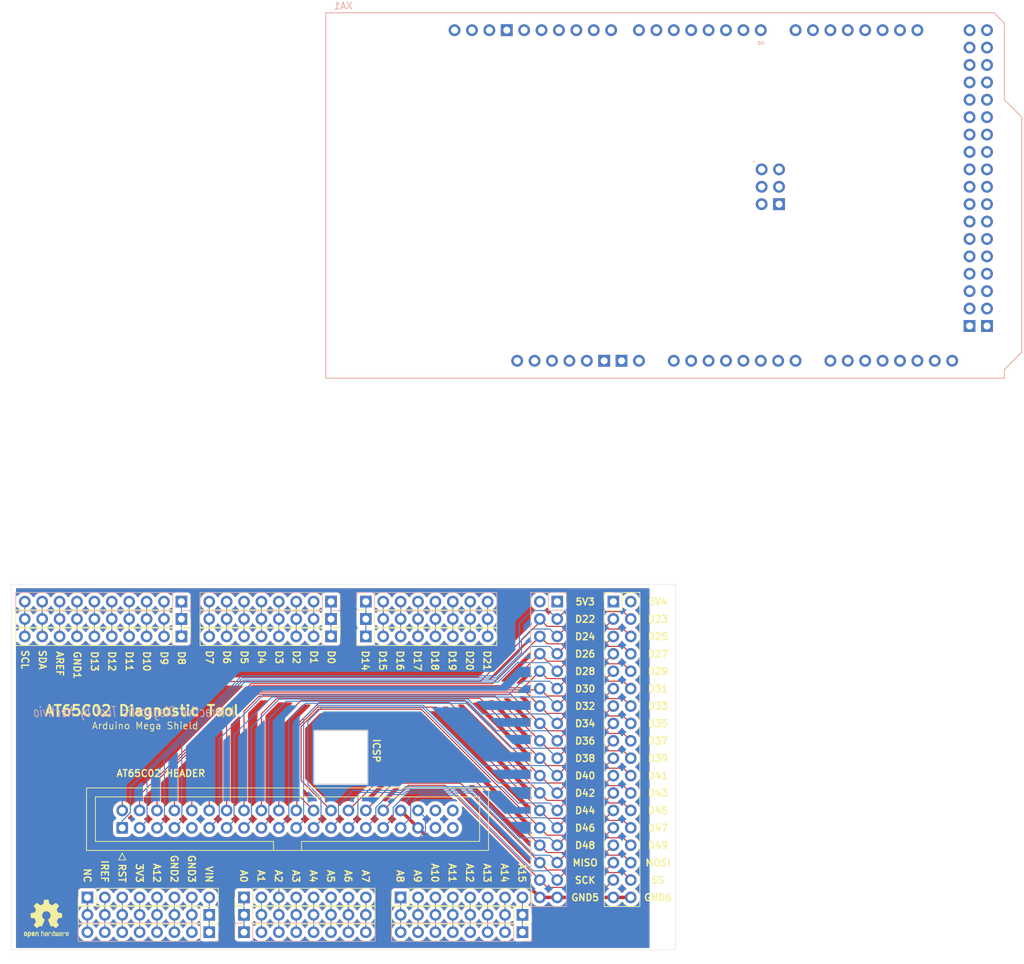
<source format=kicad_pcb>
(kicad_pcb (version 20221018) (generator pcbnew)
  (layers (0 "F.Cu" signal) (31 "B.Cu" signal) (34 "B.Paste" user) (35 "F.Paste" user) (36 "B.SilkS" user "B.Silkscreen") (37 "F.SilkS" user "F.Silkscreen") (38 "B.Mask" user) (39 "F.Mask" user) (44 "Edge.Cuts" user))
  (net 0 "")
  (net 1 "GND")
  (net 2 "R~{W}")
  (net 3 "~{RES}")
  (net 4 "~{IRQ}")
  (net 5 "RDY")
  (net 6 "~{NMI}")
  (net 7 "SYNC")
  (net 8 "/a0")
  (net 9 "/d0")
  (net 10 "/a1")
  (net 11 "/d1")
  (net 12 "/a2")
  (net 13 "/d2")
  (net 14 "/a3")
  (net 15 "/d3")
  (net 16 "/a4")
  (net 17 "/d4")
  (net 18 "/a5")
  (net 19 "/d5")
  (net 20 "/a6")
  (net 21 "/d6")
  (net 22 "/a7")
  (net 23 "/d7")
  (net 24 "/a8")
  (net 25 "/a9")
  (net 26 "/a10")
  (net 27 "/a11")
  (net 28 "/a12")
  (net 29 "/a13")
  (net 30 "/a14")
  (net 31 "/a15")
  (net 32 "~{SO}")
  (net 33 "~{BE}")
  (net 34 "Net-(J15-Pin_1)")
  (net 41 "Net-(J15-Pin_2)")
  (net 42 "Net-(J15-Pin_3)")
  (net 43 "Net-(J15-Pin_4)")
  (net 44 "Net-(J15-Pin_5)")
  (net 45 "Net-(J15-Pin_6)")
  (net 46 "Net-(J15-Pin_7)")
  (net 48 "Net-(J10-Pin_1)")
  (net 49 "Net-(J10-Pin_2)")
  (net 50 "Net-(J10-Pin_3)")
  (net 51 "Net-(J10-Pin_4)")
  (net 52 "Net-(J10-Pin_5)")
  (net 53 "Net-(J10-Pin_6)")
  (net 54 "Net-(J10-Pin_7)")
  (net 55 "Net-(J10-Pin_8)")
  (net 56 "CLK")
  (net 57 "Net-(J11-Pin_1)")
  (net 58 "Net-(J11-Pin_2)")
  (net 59 "Net-(J11-Pin_4)")
  (net 60 "Net-(J11-Pin_6)")
  (net 61 "Net-(J11-Pin_8)")
  (net 62 "Net-(J12-Pin_1)")
  (net 63 "Net-(J12-Pin_2)")
  (net 64 "Net-(J12-Pin_3)")
  (net 65 "Net-(J12-Pin_4)")
  (net 66 "Net-(J12-Pin_5)")
  (net 67 "Net-(J12-Pin_6)")
  (net 68 "Net-(J12-Pin_7)")
  (net 69 "Net-(J12-Pin_8)")
  (net 70 "Net-(J14-Pin_8)")
  (net 71 "Net-(J14-Pin_7)")
  (net 72 "Net-(J14-Pin_6)")
  (net 73 "Net-(J14-Pin_5)")
  (net 74 "Net-(J14-Pin_4)")
  (net 75 "Net-(J14-Pin_3)")
  (net 76 "Net-(J14-Pin_2)")
  (net 77 "Net-(J14-Pin_1)")
  (net 78 "Net-(J15-Pin_8)")
  (net 79 "Net-(J15-Pin_9)")
  (net 80 "Net-(J15-Pin_10)")
  (net 82 "Net-(J11-Pin_5)")
  (net 83 "Net-(J11-Pin_7)")
  (net 84 "Net-(J18-Pin_1)")
  (net 85 "Net-(J18-Pin_2)")
  (net 86 "Net-(J18-Pin_3)")
  (net 87 "Net-(J18-Pin_4)")
  (net 88 "Net-(J18-Pin_5)")
  (net 89 "Net-(J18-Pin_6)")
  (net 90 "Net-(J18-Pin_7)")
  (net 91 "unconnected-(J18-Pin_8-Pad8)")
  (footprint "Connector_PinHeader_2.54mm:PinHeader_1x08_P2.54mm_Vertical" (layer "F.Cu") (at 35.71 28.52 90)
    (fp_text reference "J20" hide)
    (fp_text value "Conn_01x08")
  )
  (footprint "Connector_PinSocket_2.54mm:PinSocket_1x08_P2.54mm_Vertical" (layer "F.Cu") (at 71.27 -12.12 -90)
    (fp_text reference "J10" hide)
    (fp_text value "Conn_01x08")
  )
  (footprint "Connector_PinHeader_2.54mm:PinHeader_1x08_P2.54mm_Vertical" (layer "F.Cu") (at 81.43 28.52 90)
    (fp_text reference "J4" hide)
    (fp_text value "Conn_01x08")
  )
  (footprint "Connector_PinSocket_2.54mm:PinSocket_1x08_P2.54mm_Vertical" (layer "F.Cu") (at 99.21 31.06 -90)
    (fp_text reference "J9" hide)
    (fp_text value "Conn_01x08")
  )
  (footprint "Connector_IDC:IDC-Header_2x20_P2.54mm_Vertical" (layer "F.Cu") (at 40.79 18.365 90)
    (fp_text reference "J2" hide)
    (fp_text value "Conn_02x20_Odd_Even")
  )
  (footprint "Connector_PinSocket_2.54mm:PinSocket_1x08_P2.54mm_Vertical" (layer "F.Cu") (at 53.49 31.06 -90)
    (fp_text reference "J19" hide)
    (fp_text value "Conn_01x08")
  )
  (footprint "Connector_PinHeader_2.54mm:PinHeader_2x18_P2.54mm_Vertical" (layer "F.Cu") (at 112.48 -14.66)
    (fp_text reference "J21" hide)
    (fp_text value "Conn_02x18_Odd_Even")
  )
  (footprint "Connector_PinHeader_2.54mm:PinHeader_1x08_P2.54mm_Vertical" (layer "F.Cu") (at 71.27 -9.58 -90)
    (fp_text reference "J5" hide)
    (fp_text value "Conn_01x08")
  )
  (footprint "Connector_PinSocket_2.54mm:PinSocket_1x08_P2.54mm_Vertical" (layer "F.Cu") (at 76.35 -12.12 90)
    (fp_text reference "J8" hide)
    (fp_text value "Conn_01x08")
  )
  (footprint "PCM_arduino-library:Arduino_Mega2560_Shield" (layer "F.Cu") (at 70.504 -47.275)
    (fp_text reference "XA1")
    (fp_text value "Arduino_Mega2560_Shield")
  )
  (footprint "Connector_PinSocket_2.54mm:PinSocket_1x08_P2.54mm_Vertical" (layer "F.Cu") (at 58.57 31.06 90)
    (fp_text reference "J7" hide)
    (fp_text value "Conn_01x08")
  )
  (footprint "Connector_PinHeader_2.54mm:PinHeader_1x10_P2.54mm_Vertical" (layer "F.Cu") (at 49.426 -9.58 -90)
    (fp_text reference "J15" hide)
    (fp_text value "Conn_01x10")
  )
  (footprint "Connector_PinHeader_2.54mm:PinHeader_1x08_P2.54mm_Vertical" (layer "F.Cu") (at 76.35 -9.58 90)
    (fp_text reference "J6" hide)
    (fp_text value "Conn_01x08")
  )
  (footprint "Symbol:OSHW-Logo2_7.3x6mm_SilkScreen" (layer "F.Cu") (at 29.715 31.625)
    (fp_text reference "REF**" hide)
    (fp_text value "OSHW-Logo2_7.3x6mm_SilkScreen" hide)
  )
  (footprint "Connector_PinHeader_2.54mm:PinHeader_1x08_P2.54mm_Vertical" (layer "F.Cu") (at 58.57 28.52 90)
    (fp_text reference "J11" hide)
    (fp_text value "Conn_01x08")
  )
  (footprint "Connector_PinSocket_2.54mm:PinSocket_1x10_P2.54mm_Vertical" (layer "F.Cu") (at 49.426 -12.12 -90)
    (fp_text reference "J16" hide)
    (fp_text value "Conn_01x10")
  )
  (footprint "Connector_PinHeader_2.54mm:PinHeader_1x08_P2.54mm_Vertical" (layer "B.Cu") (at 58.57 33.6 -90)
    (fp_text reference "J3" hide)
    (fp_text value "Conn_01x08")
  )
  (footprint "Connector_PinHeader_2.54mm:PinHeader_1x08_P2.54mm_Vertical" (layer "B.Cu") (at 53.49 33.6 90)
    (fp_text reference "J18" hide)
    (fp_text value "Conn_01x08")
  )
  (footprint "Connector_PinHeader_2.54mm:PinHeader_2x18_P2.54mm_Vertical" (layer "B.Cu") (at 104.29 -14.66 180)
    (fp_text reference "J1" hide)
    (fp_text value "Conn_02x18_Odd_Even")
  )
  (footprint "Connector_PinHeader_2.54mm:PinHeader_1x08_P2.54mm_Vertical" (layer "B.Cu") (at 76.35 -14.66 -90)
    (fp_text reference "J12" hide)
    (fp_text value "Conn_01x08")
  )
  (footprint "Connector_PinHeader_2.54mm:PinHeader_1x08_P2.54mm_Vertical" (layer "B.Cu") (at 71.27 -14.66 90)
    (fp_text reference "J13" hide)
    (fp_text value "Conn_01x08")
  )
  (footprint "Connector_PinHeader_2.54mm:PinHeader_1x08_P2.54mm_Vertical" (layer "B.Cu") (at 99.21 33.6 90)
    (fp_text reference "J14" hide)
    (fp_text value "Conn_01x08")
  )
  (footprint "Connector_PinHeader_2.54mm:PinHeader_1x10_P2.54mm_Vertical" (layer "B.Cu") (at 49.426 -14.66 90)
    (fp_text reference "J17" hide)
    (fp_text value "Conn_01x10")
  )
  (gr_rect (start 24.57 -17.2) (end 121.565 36.145) (stroke (width 0.05)) (fill none) (layer "Edge.Cuts"))
  (gr_rect (start 68.79 4.15) (end 76.615 12) (stroke (width 0.2)) (fill none) (layer "Edge.Cuts"))
  (gr_text "Interactive Diagnostic Tool by Nectivio" (at 42.565 2.325) (layer "B.SilkS") (effects (font (size 1.5 1) (thickness 0.125) italic) (justify bottom mirror)))
  (gr_text "D39" (at 118.99 8.805) (layer "F.SilkS") (effects (font (size 1 1) (thickness 0.2) bold) (justify bottom)))
  (gr_text "D19" (at 88.39 -7.625 -90) (layer "F.SilkS") (effects (font (size 1 1) (thickness 0.2) bold) (justify left bottom)))
  (gr_text "A14" (at 96.015 26.459524 -90) (layer "F.SilkS") (effects (font (size 1 1) (thickness 0.2) bold) (justify right bottom)))
  (gr_text "D26" (at 108.365 -6.43) (layer "F.SilkS") (effects (font (size 1 1) (thickness 0.2) bold) (justify bottom)))
  (gr_text "AREF" (at 31.085 -7.525 270) (layer "F.SilkS") (effects (font (size 1 1) (thickness 0.2) bold) (justify left bottom)))
  (gr_text "D17" (at 83.31 -7.625 -90) (layer "F.SilkS") (effects (font (size 1 1) (thickness 0.2) bold) (justify left bottom)))
  (gr_text "D27" (at 118.99 -6.435) (layer "F.SilkS") (effects (font (size 1 1) (thickness 0.2) bold) (justify bottom)))
  (gr_text "D6\n" (at 55.48 -7.65 -90) (layer "F.SilkS") (effects (font (size 1 1) (thickness 0.2) bold) (justify left bottom)))
  (gr_text "D35" (at 118.99 3.725) (layer "F.SilkS") (effects (font (size 1 1) (thickness 0.2) bold) (justify bottom)))
  (gr_text "D48" (at 108.365 21.51) (layer "F.SilkS") (effects (font (size 1 1) (thickness 0.2) bold) (justify bottom)))
  (gr_text "D4" (at 60.56 -7.65 -90) (layer "F.SilkS") (effects (font (size 1 1) (thickness 0.2) bold) (justify left bottom)))
  (gr_text "D0" (at 70.72 -7.65 -90) (layer "F.SilkS") (effects (font (size 1 1) (thickness 0.2) bold) (justify left bottom)))
  (gr_text "A2" (at 63.02 26.459524 -90) (layer "F.SilkS") (effects (font (size 1 1) (thickness 0.2) bold) (justify right bottom)))
  (gr_text "A4" (at 68.1 26.459524 -90) (layer "F.SilkS") (effects (font (size 1 1) (thickness 0.2) bold) (justify right bottom)))
  (gr_text "D13" (at 36.165 -7.525 270) (layer "F.SilkS") (effects (font (size 1 1) (thickness 0.2) bold) (justify left bottom)))
  (gr_text "3V3" (at 42.72 26.475 -90) (layer "F.SilkS") (effects (font (size 1 1) (thickness 0.2) bold) (justify right bottom)))
  (gr_text "D22" (at 108.365 -11.51) (layer "F.SilkS") (effects (font (size 1 1) (thickness 0.2) bold) (justify bottom)))
  (gr_text "D37" (at 118.99 6.265) (layer "F.SilkS") (effects (font (size 1 1) (thickness 0.2) bold) (justify bottom)))
  (gr_text "D47" (at 118.99 18.965) (layer "F.SilkS") (effects (font (size 1 1) (thickness 0.2) bold) (justify bottom)))
  (gr_text "Arduino Mega Shield" (at 36.29 4.05) (layer "F.SilkS") (effects (font (size 1 1) (thickness 0.125)) (justify left bottom)))
  (gr_text "RST" (at 40.18 26.475 -90) (layer "F.SilkS") (effects (font (size 1 1) (thickness 0.2) bold) (justify right bottom)))
  (gr_text "D36" (at 108.365 6.27) (layer "F.SilkS") (effects (font (size 1 1) (thickness 0.2) bold) (justify bottom)))
  (gr_text "A0" (at 57.94 26.459524 -90) (layer "F.SilkS") (effects (font (size 1 1) (thickness 0.2) bold) (justify right bottom)))
  (gr_text "A3" (at 65.56 26.459524 -90) (layer "F.SilkS") (effects (font (size 1 1) (thickness 0.2) bold) (justify right bottom)))
  (gr_text "VIN" (at 52.88 26.475 -90) (layer "F.SilkS") (effects (font (size 1 1) (thickness 0.2) bold) (justify right bottom)))
  (gr_text "D23" (at 118.99 -11.515) (layer "F.SilkS") (effects (font (size 1 1) (thickness 0.2) bold) (justify bottom)))
  (gr_text "D9" (at 46.325 -7.525 270) (layer "F.SilkS") (effects (font (size 1 1) (thickness 0.2) bold) (justify left bottom)))
  (gr_text "GND3" (at 50.34 26.475 -90) (layer "F.SilkS") (effects (font (size 1 1) (thickness 0.2) bold) (justify right bottom)))
  (gr_text "A9" (at 83.315 26.459524 -90) (layer "F.SilkS") (effects (font (size 1 1) (thickness 0.2) bold) (justify right bottom)))
  (gr_text "D40" (at 108.365 11.35) (layer "F.SilkS") (effects (font (size 1 1) (thickness 0.2) bold) (justify bottom)))
  (gr_text "SCK" (at 108.365 26.59) (layer "F.SilkS") (effects (font (size 1 1) (thickness 0.2) bold) (justify bottom)))
  (gr_text "D11" (at 41.245 -7.525 270) (layer "F.SilkS") (effects (font (size 1 1) (thickness 0.2) bold) (justify left bottom)))
  (gr_text "A6" (at 73.18 26.459524 -90) (layer "F.SilkS") (effects (font (size 1 1) (thickness 0.2) bold) (justify right bottom)))
  (gr_text "D18" (at 85.85 -7.625 -90) (layer "F.SilkS") (effects (font (size 1 1) (thickness 0.2) bold) (justify left bottom)))
  (gr_text "MOSI" (at 118.99 24.045) (layer "F.SilkS") (effects (font (size 1 1) (thickness 0.2) bold) (justify bottom)))
  (gr_text "D46" (at 108.365 18.97) (layer "F.SilkS") (effects (font (size 1 1) (thickness 0.2) bold) (justify bottom)))
  (gr_text "D28" (at 108.365 -3.89) (layer "F.SilkS") (effects (font (size 1 1) (thickness 0.2) bold) (justify bottom)))
  (gr_text "GND6" (at 118.99 29.125) (layer "F.SilkS") (effects (font (size 1 1) (thickness 0.2) bold) (justify bottom)))
  (gr_text "GND1\n" (at 33.625 -7.525 270) (layer "F.SilkS") (effects (font (size 1 1) (thickness 0.2) bold) (justify left bottom)))
  (gr_text "SDA\n" (at 28.555 -7.7 270) (layer "F.SilkS") (effects (font (size 1 1) (thickness 0.2) bold) (justify left bottom)))
  (gr_text "D38" (at 108.365 8.81) (layer "F.SilkS") (effects (font (size 1 1) (thickness 0.2) bold) (justify bottom)))
  (gr_text "D12" (at 38.705 -7.525 270) (layer "F.SilkS") (effects (font (size 1 1) (thickness 0.2) bold) (justify left bottom)))
  (gr_text "A12" (at 90.935 26.459524 -90) (layer "F.SilkS") (effects (font (size 1 1) (thickness 0.2) bold) (justify right bottom)))
  (gr_text "D21" (at 93.47 -7.625 -90) (layer "F.SilkS") (effects (font (size 1 1) (thickness 0.2) bold) (justify left bottom)))
  (gr_text "D41" (at 118.99 11.345) (layer "F.SilkS") (effects (font (size 1 1) (thickness 0.2) bold) (justify bottom)))
  (gr_text "D1" (at 68.18 -7.65 -90) (layer "F.SilkS") (effects (font (size 1 1) (thickness 0.2) bold) (justify left bottom)))
  (gr_text "5V4" (at 118.99 -14.055) (layer "F.SilkS") (effects (font (size 1 1) (thickness 0.2) bold) (justify bottom)))
  (gr_text "D30" (at 108.365 -1.35) (layer "F.SilkS") (effects (font (size 1 1) (thickness 0.2) bold) (justify bottom)))
  (gr_text "D49" (at 118.99 21.505) (layer "F.SilkS") (effects (font (size 1 1) (thickness 0.2) bold) (justify bottom)))
  (gr_text "D44" (at 108.365 16.43) (layer "F.SilkS") (effects (font (size 1 1) (thickness 0.2) bold) (justify bottom)))
  (gr_text "GND5" (at 108.365 29.13) (layer "F.SilkS") (effects (font (size 1 1) (thickness 0.2) bold) (justify bottom)))
  (gr_text "D8" (at 48.865 -7.525 270) (layer "F.SilkS") (effects (font (size 1 1) (thickness 0.2) bold) (justify left bottom)))
  (gr_text "D10" (at 43.785 -7.525 270) (layer "F.SilkS") (effects (font (size 1 1) (thickness 0.2) bold) (justify left bottom)))
  (gr_text "D32" (at 108.365 1.19) (layer "F.SilkS") (effects (font (size 1 1) (thickness 0.2) bold) (justify bottom)))
  (gr_text "GND2" (at 47.8 26.475 -90) (layer "F.SilkS") (effects (font (size 1 1) (thickness 0.2) bold) (justify right bottom)))
  (gr_text "A8" (at 80.775 26.459524 -90) (layer "F.SilkS") (effects (font (size 1 1) (thickness 0.2) bold) (justify right bottom)))
  (gr_text "D20" (at 90.93 -7.625 -90) (layer "F.SilkS") (effects (font (size 1 1) (thickness 0.2) bold) (justify left bottom)))
  (gr_text "D43" (at 118.99 13.885) (layer "F.SilkS") (effects (font (size 1 1) (thickness 0.2) bold) (justify bottom)))
  (gr_text "AT65C02 Diagnostic Tool \n" (at 29.32512 2.125) (layer "F.SilkS") (effects (font (size 1.5 1.5) (thickness 0.3) bold) (justify left bottom)))
  (gr_text "D33" (at 118.99 1.185) (layer "F.SilkS") (effects (font (size 1 1) (thickness 0.2) bold) (justify bottom)))
  (gr_text "A1" (at 60.48 26.459524 -90) (layer "F.SilkS") (effects (font (size 1 1) (thickness 0.2) bold) (justify right bottom)))
  (gr_text "D42" (at 108.365 13.89) (layer "F.SilkS") (effects (font (size 1 1) (thickness 0.2) bold) (justify bottom)))
  (gr_text "D31" (at 118.99 -1.355) (layer "F.SilkS") (effects (font (size 1 1) (thickness 0.2) bold) (justify bottom)))
  (gr_text "SS" (at 118.99 26.585) (layer "F.SilkS") (effects (font (size 1 1) (thickness 0.2) bold) (justify bottom)))
  (gr_text "D3" (at 63.1 -7.65 -90) (layer "F.SilkS") (effects (font (size 1 1) (thickness 0.2) bold) (justify left bottom)))
  (gr_text "D45" (at 118.99 16.425) (layer "F.SilkS") (effects (font (size 1 1) (thickness 0.2) bold) (justify bottom)))
  (gr_text "D16" (at 80.77 -7.625 -90) (layer "F.SilkS") (effects (font (size 1 1) (thickness 0.2) bold) (justify left bottom)))
  (gr_text "SCL" (at 26.015 -7.7 270) (layer "F.SilkS") (effects (font (size 1 1) (thickness 0.2) bold) (justify left bottom)))
  (gr_text "A7" (at 75.72 26.459524 -90) (layer "F.SilkS") (effects (font (size 1 1) (thickness 0.2) bold) (justify right bottom)))
  (gr_text "D29" (at 118.99 -3.895) (layer "F.SilkS") (effects (font (size 1 1) (thickness 0.2) bold) (justify bottom)))
  (gr_text "A10" (at 85.855 26.459524 -90) (layer "F.SilkS") (effects (font (size 1 1) (thickness 0.2) bold) (justify right bottom)))
  (gr_text "D24" (at 108.365 -8.97) (layer "F.SilkS") (effects (font (size 1 1) (thickness 0.2) bold) (justify bottom)))
  (gr_text "A12" (at 45.26 26.475 -90) (layer "F.SilkS") (effects (font (size 1 1) (thickness 0.2) bold) (justify right bottom)))
  (gr_text "5V3" (at 108.365 -14.05) (layer "F.SilkS") (effects (font (size 1 1) (thickness 0.2) bold) (justify bottom)))
  (gr_text "D5" (at 58.02 -7.65 -90) (layer "F.SilkS") (effects (font (size 1 1) (thickness 0.2) bold) (justify left bottom)))
  (gr_text "D2" (at 65.64 -7.65 -90) (layer "F.SilkS") (effects (font (size 1 1) (thickness 0.2) bold) (justify left bottom)))
  (gr_text "NC" (at 35.1 26.475 -90) (layer "F.SilkS") (effects (font (size 1 1) (thickness 0.2) bold) (justify right bottom)))
  (gr_text "A5" (at 70.64 26.459524 -90) (layer "F.SilkS") (effects (font (size 1 1) (thickness 0.2) bold) (justify right bottom)))
  (gr_text "IREF" (at 37.64 26.475 -90) (layer "F.SilkS") (effects (font (size 1 1) (thickness 0.2) bold) (justify right bottom)))
  (gr_text "A15" (at 98.555 26.459524 -90) (layer "F.SilkS") (effects (font (size 1 1) (thickness 0.2) bold) (justify right bottom)))
  (gr_text "MISO" (at 108.365 24.05) (layer "F.SilkS") (effects (font (size 1 1) (thickness 0.2) bold) (justify bottom)))
  (gr_text "D14" (at 75.69 -7.625 -90) (layer "F.SilkS") (effects (font (size 1 1) (thickness 0.2) bold) (justify left bottom)))
  (gr_text "AT65C02 HEADER" (at 53.015 11) (layer "F.SilkS") (effects (font (size 1 1) (thickness 0.2) bold) (justify right bottom)))
  (gr_text "A11" (at 88.395 26.459524 -90) (layer "F.SilkS") (effects (font (size 1 1) (thickness 0.2) bold) (justify right bottom)))
  (gr_text "ICSP" (at 77.315 8.95 270) (layer "F.SilkS") (effects (font (size 1 1) (thickness 0.2) bold) (justify right bottom)))
  (gr_text "D25" (at 118.99 -8.975) (layer "F.SilkS") (effects (font (size 1 1) (thickness 0.2) bold) (justify bottom)))
  (gr_text "D34" (at 108.365 3.73) (layer "F.SilkS") (effects (font (size 1 1) (thickness 0.2) bold) (justify bottom)))
  (gr_text "D7" (at 52.94 -7.65 -90) (layer "F.SilkS") (effects (font (size 1 1) (thickness 0.2) bold) (justify left bottom)))
  (gr_text "A13" (at 93.475 26.459524 -90) (layer "F.SilkS") (effects (font (size 1 1) (thickness 0.2) bold) (justify right bottom)))
  (gr_text "D15" (at 78.23 -7.625 -90) (layer "F.SilkS") (effects (font (size 1 1) (thickness 0.2) bold) (justify left bottom)))
  (segment (start 104.29 28.52) (end 112.48 28.52) (width 0.508) (layer "F.Cu") (net 1))
  (segment (start 90.83 25.225) (end 98.49 25.225) (width 0.5) (layer "F.Cu") (net 1))
  (segment (start 83.97 18.365) (end 90.83 25.225) (width 0.5) (layer "F.Cu") (net 1))
  (segment (start 98.49 25.225) (end 98.49 25.26) (width 0.5) (layer "F.Cu") (net 1))
  (segment (start 112.48 28.52) (end 115.02 28.52) (width 0.508) (layer "F.Cu") (net 1))
  (segment (start 101.75 28.52) (end 104.29 28.52) (width 0.508) (layer "F.Cu") (net 1))
  (segment (start 98.49 25.26) (end 101.75 28.52) (width 0.5) (layer "F.Cu") (net 1))
  (segment (start 81.43 15.825) (end 83.97 18.365) (width 0.5) (layer "F.Cu") (net 1))
  (segment (start 105.3686 -5.5786) (end 113.9414 -5.5786) (width 0.1524) (layer "F.Cu") (net 2))
  (segment (start 104.29 -4.5) (end 105.3686 -5.5786) (width 0.1524) (layer "F.Cu") (net 2))
  (segment (start 113.9414 -5.5786) (end 115.02 -4.5) (width 0.1524) (layer "F.Cu") (net 2))
  (segment (start 103.04 -5.75) (end 104.29 -4.5) (width 0.1524) (layer "B.Cu") (net 2))
  (segment (start 48.41 18.365) (end 49.4886 17.2864) (width 0.1524) (layer "B.Cu") (net 2))
  (segment (start 49.4886 17.2864) (end 49.4886 6.221053) (width 0.1524) (layer "B.Cu") (net 2))
  (segment (start 49.4886 6.221053) (end 58.62175 -2.912097) (width 0.1524) (layer "B.Cu") (net 2))
  (segment (start 95.643137 -2.912097) (end 98.48104 -5.75) (width 0.1524) (layer "B.Cu") (net 2))
  (segment (start 58.62175 -2.912097) (end 95.643137 -2.912097) (width 0.1524) (layer "B.Cu") (net 2))
  (segment (start 98.48104 -5.75) (end 103.04 -5.75) (width 0.1524) (layer "B.Cu") (net 2))
  (segment (start 113.9414 -13.1986) (end 115.02 -12.12) (width 0.1524) (layer "F.Cu") (net 3))
  (segment (start 105.3686 -13.1986) (end 113.9414 -13.1986) (width 0.1524) (layer "F.Cu") (net 3))
  (segment (start 104.29 -12.12) (end 105.3686 -13.1986) (width 0.1524) (layer "F.Cu") (net 3))
  (segment (start 98.765 -11.5) (end 100.615 -13.35) (width 0.1524) (layer "B.Cu") (net 3))
  (segment (start 41.965 12.453612) (end 58.243612 -3.825) (width 0.1524) (layer "B.Cu") (net 3))
  (segment (start 40.79 17.350371) (end 41.965 16.175371) (width 0.1524) (layer "B.Cu") (net 3))
  (segment (start 95.265 -3.825) (end 98.765 -7.325) (width 0.1524) (layer "B.Cu") (net 3))
  (segment (start 58.243612 -3.825) (end 95.265 -3.825) (width 0.1524) (layer "B.Cu") (net 3))
  (segment (start 100.615 -13.35) (end 103.06 -13.35) (width 0.1524) (layer "B.Cu") (net 3))
  (segment (start 98.765 -7.325) (end 98.765 -11.5) (width 0.1524) (layer "B.Cu") (net 3))
  (segment (start 103.06 -13.35) (end 104.29 -12.12) (width 0.1524) (layer "B.Cu") (net 3))
  (segment (start 40.79 18.365) (end 40.79 17.350371) (width 0.1524) (layer "B.Cu") (net 3))
  (segment (start 41.965 16.175371) (end 41.965 12.453612) (width 0.1524) (layer "B.Cu") (net 3))
  (segment (start 101.75 -9.58) (end 102.8286 -8.5014) (width 0.1524) (layer "F.Cu") (net 4))
  (segment (start 102.8286 -8.5014) (end 111.4014 -8.5014) (width 0.1524) (layer "F.Cu") (net 4))
  (segment (start 111.4014 -8.5014) (end 112.48 -9.58) (width 0.1524) (layer "F.Cu") (net 4))
  (segment (start 59.62617 -2.687903) (end 94.857903 -2.687903) (width 0.1524) (layer "F.Cu") (net 4))
  (segment (start 94.857903 -2.687903) (end 101.75 -9.58) (width 0.1524) (layer "F.Cu") (net 4))
  (segment (start 43.33 13.608268) (end 59.62617 -2.687903) (width 0.1524) (layer "F.Cu") (net 4))
  (segment (start 43.33 15.825) (end 43.33 13.608268) (width 0.1524) (layer "F.Cu") (net 4))
  (segment (start 102.8286 -11.0414) (end 111.4014 -11.0414) (width 0.1524) (layer "F.Cu") (net 5))
  (segment (start 40.79 15.825) (end 40.79 11.875) (width 0.1524) (layer "F.Cu") (net 5))
  (segment (start 101.75 -12.12) (end 101.75 -11.685) (width 0.1524) (layer "F.Cu") (net 5))
  (segment (start 101.75 -11.685) (end 93.065 -3) (width 0.1524) (layer "F.Cu") (net 5))
  (segment (start 111.4014 -11.0414) (end 112.48 -12.12) (width 0.1524) (layer "F.Cu") (net 5))
  (segment (start 101.75 -12.12) (end 102.8286 -11.0414) (width 0.1524) (layer "F.Cu") (net 5))
  (segment (start 40.79 11.875) (end 55.665 -3) (width 0.1524) (layer "F.Cu") (net 5))
  (segment (start 55.665 -3) (end 93.065 -3) (width 0.1524) (layer "F.Cu") (net 5))
  (segment (start 45.87 11.498614) (end 59.752215 -2.383602) (width 0.1524) (layer "F.Cu") (net 6))
  (segment (start 97.093602 -2.383602) (end 101.75 -7.04) (width 0.1524) (layer "F.Cu") (net 6))
  (segment (start 102.8286 -5.9614) (end 111.4014 -5.9614) (width 0.1524) (layer "F.Cu") (net 6))
  (segment (start 45.87 15.825) (end 45.87 11.498614) (width 0.1524) (layer "F.Cu") (net 6))
  (segment (start 59.752215 -2.383602) (end 97.093602 -2.383602) (width 0.1524) (layer "F.Cu") (net 6))
  (segment (start 111.4014 -5.9614) (end 112.48 -7.04) (width 0.1524) (layer "F.Cu") (net 6))
  (segment (start 101.75 -7.04) (end 102.8286 -5.9614) (width 0.1524) (layer "F.Cu") (net 6))
  (segment (start 48.41 9.388961) (end 48.41 15.825) (width 0.1524) (layer "F.Cu") (net 7))
  (segment (start 111.4014 -3.4214) (end 112.48 -4.5) (width 0.1524) (layer "F.Cu") (net 7))
  (segment (start 59.878261 -2.079301) (end 48.41 9.388961) (width 0.1524) (layer "F.Cu") (net 7))
  (segment (start 101.75 -4.5) (end 102.8286 -3.4214) (width 0.1524) (layer "F.Cu") (net 7))
  (segment (start 102.8286 -3.4214) (end 111.4014 -3.4214) (width 0.1524) (layer "F.Cu") (net 7))
  (segment (start 99.329301 -2.079301) (end 59.878261 -2.079301) (width 0.1524) (layer "F.Cu") (net 7))
  (segment (start 101.75 -4.5) (end 99.329301 -2.079301) (width 0.1524) (layer "F.Cu") (net 7))
  (segment (start 50.95 7.279307) (end 60.004307 -1.775) (width 0.1524) (layer "F.Cu") (net 8))
  (segment (start 101.565 -1.775) (end 101.75 -1.96) (width 0.1524) (layer "F.Cu") (net 8))
  (segment (start 111.4014 -0.8814) (end 112.48 -1.96) (width 0.1524) (layer "F.Cu") (net 8))
  (segment (start 101.75 -1.96) (end 102.8286 -0.8814) (width 0.1524) (layer "F.Cu") (net 8))
  (segment (start 102.8286 -0.8814) (end 111.4014 -0.8814) (width 0.1524) (layer "F.Cu") (net 8))
  (segment locked (start 60.004307 -1.775) (end 101.565 -1.775) (width 0.1524) (layer "F.Cu") (net 8))
  (segment (start 50.95 15.825) (end 50.95 7.279307) (width 0.1524) (layer "F.Cu") (net 8))
  (segment (start 105.3686 -3.0386) (end 113.9414 -3.0386) (width 0.1524) (layer "F.Cu") (net 9))
  (segment (start 104.29 -1.96) (end 105.3686 -3.0386) (width 0.1524) (layer "F.Cu") (net 9))
  (segment (start 113.9414 -3.0386) (end 115.02 -1.96) (width 0.1524) (layer "F.Cu") (net 9))
  (segment (start 53.49 18.365) (end 54.9514 16.9036) (width 0.1524) (layer "B.Cu") (net 9))
  (segment (start 99.2036 -3.0386) (end 103.2114 -3.0386) (width 0.1524) (layer "B.Cu") (net 9))
  (segment (start 54.9514 16.9036) (end 54.9514 5.3886) (width 0.1524) (layer "B.Cu") (net 9))
  (segment (start 54.9514 5.3886) (end 61.377904 -1.037904) (width 0.1524) (layer "B.Cu") (net 9))
  (segment (start 61.377904 -1.037904) (end 97.202904 -1.037904) (width 0.1524) (layer "B.Cu") (net 9))
  (segment (start 103.2114 -3.0386) (end 104.29 -1.96) (width 0.1524) (layer "B.Cu") (net 9))
  (segment (start 97.202904 -1.037904) (end 99.2036 -3.0386) (width 0.1524) (layer "B.Cu") (net 9))
  (segment (start 102.8286 1.6586) (end 111.4014 1.6586) (width 0.1524) (layer "F.Cu") (net 10))
  (segment (start 101.75 0.58) (end 99.719194 -1.450806) (width 0.1524) (layer "F.Cu") (net 10))
  (segment (start 99.719194 -1.450806) (end 60.111165 -1.450806) (width 0.1524) (layer "F.Cu") (net 10))
  (segment (start 60.111165 -1.450806) (end 53.49 5.170359) (width 0.1524) (layer "F.Cu") (net 10))
  (segment (start 111.4014 1.6586) (end 112.48 0.58) (width 0.1524) (layer "F.Cu") (net 10))
  (segment (start 101.75 0.58) (end 102.8286 1.6586) (width 0.1524) (layer "F.Cu") (net 10))
  (segment (start 53.49 5.170359) (end 53.49 15.825) (width 0.1524) (layer "F.Cu") (net 10))
  (segment (start 105.3686 -0.4986) (end 113.9414 -0.4986) (width 0.1524) (layer "F.Cu") (net 11))
  (segment (start 104.29 0.58) (end 105.3686 -0.4986) (width 0.1524) (layer "F.Cu") (net 11))
  (segment (start 113.9414 -0.4986) (end 115.02 0.58) (width 0.1524) (layer "F.Cu") (net 11))
  (segment (start 104.29 0.58) (end 102.976398 -0.733602) (width 0.1524) (layer "B.Cu") (net 11))
  (segment (start 102.976398 -0.733602) (end 62.610802 -0.733602) (width 0.1524) (layer "B.Cu") (net 11))
  (segment (start 62.610802 -0.733602) (end 57.1086 4.7686) (width 0.1524) (layer "B.Cu") (net 11))
  (segment (start 57.1086 4.7686) (end 57.1086 17.2864) (width 0.1524) (layer "B.Cu") (net 11))
  (segment (start 57.1086 17.2864) (end 56.03 18.365) (width 0.1524) (layer "B.Cu") (net 11))
  (segment (start 102.9486 4.1986) (end 111.4014 4.1986) (width 0.1524) (layer "F.Cu") (net 12))
  (segment (start 111.4014 4.1986) (end 112.48 3.12) (width 0.1524) (layer "F.Cu") (net 12))
  (segment (start 101.75 3.12) (end 97.483495 -1.146505) (width 0.1524) (layer "F.Cu") (net 12))
  (segment (start 101.87 3.12) (end 102.9486 4.1986) (width 0.1524) (layer "F.Cu") (net 12))
  (segment (start 56.03 3.060705) (end 56.03 15.825) (width 0.1524) (layer "F.Cu") (net 12))
  (segment (start 97.483495 -1.146505) (end 60.23721 -1.146505) (width 0.1524) (layer "F.Cu") (net 12))
  (segment (start 101.75 3.12) (end 101.87 3.12) (width 0.1524) (layer "F.Cu") (net 12))
  (segment (start 60.23721 -1.146505) (end 56.03 3.060705) (width 0.1524) (layer "F.Cu") (net 12))
  (segment (start 113.9414 2.0414) (end 115.02 3.12) (width 0.1524) (layer "F.Cu") (net 13))
  (segment (start 105.3686 2.0414) (end 113.9414 2.0414) (width 0.1524) (layer "F.Cu") (net 13))
  (segment (start 104.29 3.12) (end 105.3686 2.0414) (width 0.1524) (layer "F.Cu") (net 13))
  (segment (start 59.6486 3.6414) (end 63.719301 -0.429301) (width 0.1524) (layer "B.Cu") (net 13))
  (segment (start 58.57 18.365) (end 59.6486 17.2864) (width 0.1524) (layer "B.Cu") (net 13))
  (segment (start 63.719301 -0.429301) (end 91.271392 -0.429301) (width 0.1524) (layer "B.Cu") (net 13))
  (segment (start 93.446392 1.745699) (end 102.915699 1.745699) (width 0.1524) (layer "B.Cu") (net 13))
  (segment (start 59.6486 17.2864) (end 59.6486 3.6414) (width 0.1524) (layer "B.Cu") (net 13))
  (segment (start 91.271392 -0.429301) (end 93.446392 1.745699) (width 0.1524) (layer "B.Cu") (net 13))
  (segment (start 102.915699 1.745699) (end 104.29 3.12) (width 0.1524) (layer "B.Cu") (net 13))
  (segment (start 60.757205 -0.842205) (end 95.247795 -0.842205) (width 0.1524) (layer "F.Cu") (net 14))
  (segment (start 102.8286 6.7386) (end 111.4014 6.7386) (width 0.1524) (layer "F.Cu") (net 14))
  (segment (start 101.75 5.66) (end 102.8286 6.7386) (width 0.1524) (layer "F.Cu") (net 14))
  (segment (start 95.247795 -0.842205) (end 101.75 5.66) (width 0.1524) (layer "F.Cu") (net 14))
  (segment (start 58.57 15.825) (end 58.57 1.345) (width 0.1524) (layer "F.Cu") (net 14))
  (segment (start 58.57 1.345) (end 60.757205 -0.842205) (width 0.1524) (layer "F.Cu") (net 14))
  (segment (start 111.4014 6.7386) (end 112.48 5.66) (width 0.1524) (layer "F.Cu") (net 14))
  (segment (start 104.29 5.66) (end 105.3686 4.5814) (width 0.1524) (layer "F.Cu") (net 15))
  (segment (start 113.9414 4.5814) (end 115.02 5.66) (width 0.1524) (layer "F.Cu") (net 15))
  (segment (start 105.3686 4.5814) (end 113.9414 4.5814) (width 0.1524) (layer "F.Cu") (net 15))
  (segment (start 95.468946 4.1986) (end 91.157438 -0.112908) (width 0.1524) (layer "B.Cu") (net 15))
  (segment (start 91.157438 -0.112908) (end 64.750108 -0.112908) (width 0.1524) (layer "B.Cu") (net 15))
  (segment (start 62.1886 2.4486) (end 62.1886 17.2864) (width 0.1524) (layer "B.Cu") (net 15))
  (segment (start 104.29 5.66) (end 102.8286 4.1986) (width 0.1524) (layer "B.Cu") (net 15))
  (segment (start 102.8286 4.1986) (end 95.468946 4.1986) (width 0.1524) (layer "B.Cu") (net 15))
  (segment (start 64.750108 -0.112908) (end 62.1886 2.4486) (width 0.1524) (layer "B.Cu") (net 15))
  (segment (start 62.1886 17.2864) (end 61.11 18.365) (width 0.1524) (layer "B.Cu") (net 15))
  (segment (start 111.4014 9.2786) (end 112.48 8.2) (width 0.1524) (layer "F.Cu") (net 16))
  (segment (start 61.11 1.73) (end 61.11 15.825) (width 0.1524) (layer "F.Cu") (net 16))
  (segment (start 102.8286 9.2786) (end 111.4014 9.2786) (width 0.1524) (layer "F.Cu") (net 16))
  (segment (start 101.75 8.2) (end 102.8286 9.2786) (width 0.1524) (layer "F.Cu") (net 16))
  (segment (start 93.012097 -0.537903) (end 63.377903 -0.537903) (width 0.1524) (layer "F.Cu") (net 16))
  (segment (start 101.75 8.2) (end 93.012097 -0.537903) (width 0.1524) (layer "F.Cu") (net 16))
  (segment (start 63.377903 -0.537903) (end 61.11 1.73) (width 0.1524) (layer "F.Cu") (net 16))
  (segment (start 113.9414 7.1214) (end 115.02 8.2) (width 0.1524) (layer "F.Cu") (net 17))
  (segment (start 104.29 8.2) (end 105.3686 7.1214) (width 0.1524) (layer "F.Cu") (net 17))
  (segment (start 105.3686 7.1214) (end 113.9414 7.1214) (width 0.1524) (layer "F.Cu") (net 17))
  (segment (start 97.5786 6.7386) (end 102.8286 6.7386) (width 0.1524) (layer "B.Cu") (net 17))
  (segment (start 67.548602 0.191398) (end 91.031398 0.191398) (width 0.1524) (layer "B.Cu") (net 17))
  (segment (start 102.8286 6.7386) (end 104.29 8.2) (width 0.1524) (layer "B.Cu") (net 17))
  (segment (start 63.65 18.365) (end 65.1114 16.9036) (width 0.1524) (layer "B.Cu") (net 17))
  (segment (start 91.031398 0.191398) (end 97.5786 6.7386) (width 0.1524) (layer "B.Cu") (net 17))
  (segment (start 65.1114 2.6286) (end 67.548602 0.191398) (width 0.1524) (layer "B.Cu") (net 17))
  (segment (start 65.1114 16.9036) (end 65.1114 2.6286) (width 0.1524) (layer "B.Cu") (net 17))
  (segment (start 101.75 10.74) (end 102.8286 11.8186) (width 0.1524) (layer "F.Cu") (net 18))
  (segment (start 63.65 15.825) (end 63.65 3.004307) (width 0.1524) (layer "F.Cu") (net 18))
  (segment (start 102.8286 11.8186) (end 111.4014 11.8186) (width 0.1524) (layer "F.Cu") (net 18))
  (segment (start 111.4014 11.8186) (end 112.48 10.74) (width 0.1524) (layer "F.Cu") (net 18))
  (segment (start 63.65 3.004307) (end 66.887909 -0.233602) (width 0.1524) (layer "F.Cu") (net 18))
  (segment (start 66.887909 -0.233602) (end 90.776398 -0.233602) (width 0.1524) (layer "F.Cu") (net 18))
  (segment (start 90.776398 -0.233602) (end 101.75 10.74) (width 0.1524) (layer "F.Cu") (net 18))
  (segment (start 104.29 10.74) (end 105.3686 9.6614) (width 0.1524) (layer "F.Cu") (net 19))
  (segment (start 113.9414 9.6614) (end 115.02 10.74) (width 0.1524) (layer "F.Cu") (net 19))
  (segment (start 105.3686 9.6614) (end 113.9414 9.6614) (width 0.1524) (layer "F.Cu") (net 19))
  (segment (start 67.2686 17.2864) (end 66.19 18.365) (width 0.1524) (layer "B.Cu") (net 19))
  (segment (start 84.765546 0.495699) (end 69.169301 0.495699) (width 0.1524) (layer "B.Cu") (net 19))
  (segment (start 104.29 10.74) (end 102.8286 9.2786) (width 0.1524) (layer "B.Cu") (net 19))
  (segment (start 93.548447 9.2786) (end 84.765546 0.495699) (width 0.1524) (layer "B.Cu") (net 19))
  (segment (start 102.8286 9.2786) (end 93.548447 9.2786) (width 0.1524) (layer "B.Cu") (net 19))
  (segment (start 67.2686 2.3964) (end 67.2686 17.2864) (width 0.1524) (layer "B.Cu") (net 19))
  (segment (start 69.169301 0.495699) (end 67.2686 2.3964) (width 0.1524) (layer "B.Cu") (net 19))
  (segment (start 111.4014 14.3586) (end 112.48 13.28) (width 0.1524) (layer "F.Cu") (net 20))
  (segment (start 69.544301 0.070699) (end 66.29 3.325) (width 0.1524) (layer "F.Cu") (net 20))
  (segment (start 101.75 13.28) (end 88.540699 0.070699) (width 0.1524) (layer "F.Cu") (net 20))
  (segment (start 102.8286 14.3586) (end 111.4014 14.3586) (width 0.1524) (layer "F.Cu") (net 20))
  (segment (start 101.75 13.28) (end 102.8286 14.3586) (width 0.1524) (layer "F.Cu") (net 20))
  (segment (start 88.540699 0.070699) (end 69.544301 0.070699) (width 0.1524) (layer "F.Cu") (net 20))
  (segment (start 66.29 15.725) (end 66.19 15.825) (width 0.1524) (layer "F.Cu") (net 20))
  (segment (start 66.29 3.325) (end 66.29 15.725) (width 0.1524) (layer "F.Cu") (net 20))
  (segment (start 113.9414 12.2014) (end 115.02 13.28) (width 0.1524) (layer "F.Cu") (net 21))
  (segment (start 104.29 13.28) (end 105.3686 12.2014) (width 0.1524) (layer "F.Cu") (net 21))
  (segment (start 105.3686 12.2014) (end 113.9414 12.2014) (width 0.1524) (layer "F.Cu") (net 21))
  (segment (start 67.89 2.825) (end 69.915 0.8) (width 0.1524) (layer "B.Cu") (net 21))
  (segment (start 69.8086 17.2864) (end 69.8086 13.9936) (width 0.1524) (layer "B.Cu") (net 21))
  (segment (start 67.89 12.075) (end 67.89 2.825) (width 0.1524) (layer "B.Cu") (net 21))
  (segment (start 95.658101 11.8186) (end 102.8286 11.8186) (width 0.1524) (layer "B.Cu") (net 21))
  (segment (start 102.8286 11.8186) (end 104.29 13.28) (width 0.1524) (layer "B.Cu") (net 21))
  (segment (start 69.915 0.8) (end 84.639501 0.8) (width 0.1524) (layer "B.Cu") (net 21))
  (segment (start 69.8086 13.9936) (end 67.89 12.075) (width 0.1524) (layer "B.Cu") (net 21))
  (segment (start 68.73 18.365) (end 69.8086 17.2864) (width 0.1524) (layer "B.Cu") (net 21))
  (segment (start 84.639501 0.8) (end 95.658101 11.8186) (width 0.1524) (layer "B.Cu") (net 21))
  (segment (start 101.75 15.82) (end 102.907099 16.977099) (width 0.1524) (layer "F.Cu") (net 22))
  (segment (start 102.907099 16.977099) (end 111.322901 16.977099) (width 0.1524) (layer "F.Cu") (net 22))
  (segment (start 86.675699 0.745699) (end 101.75 15.82) (width 0.1524) (layer "F.Cu") (net 22))
  (segment (start 111.322901 16.977099) (end 112.48 15.82) (width 0.1524) (layer "F.Cu") (net 22))
  (segment (start 68.73 15.825) (end 66.594301 13.689301) (width 0.1524) (layer "F.Cu") (net 22))
  (segment (start 66.594301 3.451045) (end 69.299647 0.745699) (width 0.1524) (layer "F.Cu") (net 22))
  (segment (start 66.594301 13.689301) (end 66.594301 3.451045) (width 0.1524) (layer "F.Cu") (net 22))
  (segment (start 69.299647 0.745699) (end 86.675699 0.745699) (width 0.1524) (layer "F.Cu") (net 22))
  (segment (start 113.9414 14.7414) (end 115.02 15.82) (width 0.1524) (layer "F.Cu") (net 23))
  (segment (start 105.3686 14.7414) (end 113.9414 14.7414) (width 0.1524) (layer "F.Cu") (net 23))
  (segment (start 104.29 15.82) (end 105.3686 14.7414) (width 0.1524) (layer "F.Cu") (net 23))
  (segment (start 98.5814 14.7414) (end 103.2114 14.7414) (width 0.1524) (layer "B.Cu") (net 23))
  (segment (start 74.465 12.9) (end 81.538589 12.9) (width 0.1524) (layer "B.Cu") (net 23))
  (segment (start 72.3486 17.2864) (end 72.3486 15.0164) (width 0.1524) (layer "B.Cu") (net 23))
  (segment (start 96.215 12.375) (end 98.5814 14.7414) (width 0.1524) (layer "B.Cu") (net 23))
  (segment (start 81.538589 12.9) (end 82.063589 12.375) (width 0.1524) (layer "B.Cu") (net 23))
  (segment (start 72.3486 15.0164) (end 74.465 12.9) (width 0.1524) (layer "B.Cu") (net 23))
  (segment (start 82.063589 12.375) (end 96.215 12.375) (width 0.1524) (layer "B.Cu") (net 23))
  (segment (start 71.27 18.365) (end 72.3486 17.2864) (width 0.1524) (layer "B.Cu") (net 23))
  (segment (start 103.2114 14.7414) (end 104.29 15.82) (width 0.1524) (layer "B.Cu") (net 23))
  (segment (start 111.4014 19.4386) (end 112.48 18.36) (width 0.1524) (layer "F.Cu") (net 24))
  (segment (start 66.898602 3.57709) (end 69.425692 1.05) (width 0.1524) (layer "F.Cu") (net 24))
  (segment (start 71.27 15.825) (end 66.898602 11.453602) (width 0.1524) (layer "F.Cu") (net 24))
  (segment (start 101.75 18.36) (end 102.8286 19.4386) (width 0.1524) (layer "F.Cu") (net 24))
  (segment (start 84.44 1.05) (end 101.75 18.36) (width 0.1524) (layer "F.Cu") (net 24))
  (segment (start 102.8286 19.4386) (end 111.4014 19.4386) (width 0.1524) (layer "F.Cu") (net 24))
  (segment (start 69.425692 1.05) (end 84.44 1.05) (width 0.1524) (layer "F.Cu") (net 24))
  (segment (start 66.898602 11.453602) (end 66.898602 3.57709) (width 0.1524) (layer "F.Cu") (net 24))
  (segment (start 101.75 20.9) (end 102.8286 21.9786) (width 0.1524) (layer "F.Cu") (net 25))
  (segment (start 78.085 11.55) (end 92.4 11.55) (width 0.1524) (layer "F.Cu") (net 25))
  (segment (start 111.4014 21.9786) (end 112.48 20.9) (width 0.1524) (layer "F.Cu") (net 25))
  (segment (start 92.4 11.55) (end 101.75 20.9) (width 0.1524) (layer "F.Cu") (net 25))
  (segment (start 102.8286 21.9786) (end 111.4014 21.9786) (width 0.1524) (layer "F.Cu") (net 25))
  (segment (start 73.81 15.825) (end 78.085 11.55) (width 0.1524) (layer "F.Cu") (net 25))
  (segment (start 101.75 23.44) (end 102.8286 24.5186) (width 0.1524) (layer "F.Cu") (net 26))
  (segment (start 90.164301 11.854301) (end 101.75 23.44) (width 0.1524) (layer "F.Cu") (net 26))
  (segment (start 111.4014 24.5186) (end 112.48 23.44) (width 0.1524) (layer "F.Cu") (net 26))
  (segment (start 102.8286 24.5186) (end 111.4014 24.5186) (width 0.1524) (layer "F.Cu") (net 26))
  (segment (start 76.35 15.825) (end 80.320699 11.854301) (width 0.1524) (layer "F.Cu") (net 26))
  (segment (start 80.320699 11.854301) (end 90.164301 11.854301) (width 0.1524) (layer "F.Cu") (net 26))
  (segment (start 111.4014 27.0586) (end 112.48 25.98) (width 0.1524) (layer "F.Cu") (net 27))
  (segment (start 82.556398 12.158602) (end 87.928602 12.158602) (width 0.1524) (layer "F.Cu") (net 27))
  (segment (start 78.89 15.825) (end 82.556398 12.158602) (width 0.1524) (layer "F.Cu") (net 27))
  (segment (start 87.928602 12.158602) (end 101.75 25.98) (width 0.1524) (layer "F.Cu") (net 27))
  (segment (start 102.8286 27.0586) (end 111.4014 27.0586) (width 0.1524) (layer "F.Cu") (net 27))
  (segment (start 101.75 25.98) (end 102.8286 27.0586) (width 0.1524) (layer "F.Cu") (net 27))
  (segment (start 105.3686 24.9014) (end 113.9414 24.9014) (width 0.1524) (layer "F.Cu") (net 28))
  (segment (start 113.9414 24.9014) (end 115.02 25.98) (width 0.1524) (layer "F.Cu") (net 28))
  (segment (start 104.29 25.98) (end 105.3686 24.9014) (width 0.1524) (layer "F.Cu") (net 28))
  (segment (start 100.7514 24.6364) (end 102.9464 24.6364) (width 0.1524) (layer "B.Cu") (net 28))
  (segment (start 82.8914 14.8486) (end 84.147796 13.592204) (width 0.1524) (layer "B.Cu") (net 28))
  (segment (start 102.9464 24.6364) (end 104.29 25.98) (width 0.1524) (layer "B.Cu") (net 28))
  (segment (start 82.8914 16.9036) (end 82.8914 14.8486) (width 0.1524) (layer "B.Cu") (net 28))
  (segment (start 81.43 18.365) (end 82.8914 16.9036) (width 0.1524) (layer "B.Cu") (net 28))
  (segment (start 84.147796 13.592204) (end 89.707204 13.592204) (width 0.1524) (layer "B.Cu") (net 28))
  (segment (start 89.707204 13.592204) (end 100.7514 24.6364) (width 0.1524) (layer "B.Cu") (net 28))
  (segment (start 104.29 23.44) (end 105.3686 22.3614) (width 0.1524) (layer "F.Cu") (net 29))
  (segment (start 113.9414 22.3614) (end 115.02 23.44) (width 0.1524) (layer "F.Cu") (net 29))
  (segment (start 105.3686 22.3614) (end 113.9414 22.3614) (width 0.1524) (layer "F.Cu") (net 29))
  (segment (start 80.3514 16.9036) (end 78.89 18.365) (width 0.1524) (layer "B.Cu") (net 29))
  (segment (start 103.2114 22.3614) (end 100.9514 22.3614) (width 0.1524) (layer "B.Cu") (net 29))
  (segment (start 82.441726 13.287903) (end 80.3514 15.378229) (width 0.1524) (layer "B.Cu") (net 29))
  (segment (start 100.9514 22.3614) (end 91.877903 13.287903) (width 0.1524) (layer "B.Cu") (net 29))
  (segment (start 80.3514 15.378229) (end 80.3514 16.9036) (width 0.1524) (layer "B.Cu") (net 29))
  (segment (start 91.877903 13.287903) (end 82.441726 13.287903) (width 0.1524) (layer "B.Cu") (net 29))
  (segment (start 104.29 23.44) (end 103.2114 22.3614) (width 0.1524) (layer "B.Cu") (net 29))
  (segment (start 104.29 20.9) (end 105.3686 19.8214) (width 0.1524) (layer "F.Cu") (net 30))
  (segment (start 105.3686 19.8214) (end 113.9414 19.8214) (width 0.1524) (layer "F.Cu") (net 30))
  (segment (start 113.9414 19.8214) (end 115.02 20.9) (width 0.1524) (layer "F.Cu") (net 30))
  (segment (start 98.841746 19.8214) (end 103.2114 19.8214) (width 0.1524) (layer "B.Cu") (net 30))
  (segment (start 77.8114 15.378229) (end 79.681027 13.508602) (width 0.1524) (layer "B.Cu") (net 30))
  (segment (start 82.31568 12.983602) (end 92.003949 12.983602) (width 0.1524) (layer "B.Cu") (net 30))
  (segment (start 81.790681 13.508602) (end 82.31568 12.983602) (width 0.1524) (layer "B.Cu") (net 30))
  (segment (start 76.35 18.365) (end 77.8114 16.9036) (width 0.1524) (layer "B.Cu") (net 30))
  (segment (start 103.2114 19.8214) (end 104.29 20.9) (width 0.1524) (layer "B.Cu") (net 30))
  (segment (start 77.8114 16.9036) (end 77.8114 15.378229) (width 0.1524) (layer "B.Cu") (net 30))
  (segment (start 92.003949 12.983602) (end 98.841746 19.8214) (width 0.1524) (layer "B.Cu") (net 30))
  (segment (start 79.681027 13.508602) (end 81.790681 13.508602) (width 0.1524) (layer "B.Cu") (net 30))
  (segment (start 104.29 18.36) (end 105.3686 17.2814) (width 0.1524) (layer "F.Cu") (net 31))
  (segment (start 105.3686 17.2814) (end 113.9414 17.2814) (width 0.1524) (layer "F.Cu") (net 31))
  (segment (start 113.9414 17.2814) (end 115.02 18.36) (width 0.1524) (layer "F.Cu") (net 31))
  (segment (start 81.664635 13.204301) (end 75.510699 13.204301) (width 0.1524) (layer "B.Cu") (net 31))
  (segment (start 75.510699 13.204301) (end 75.19 13.525) (width 0.1524) (layer "B.Cu") (net 31))
  (segment (start 82.189634 12.679301) (end 81.664635 13.204301) (width 0.1524) (layer "B.Cu") (net 31))
  (segment (start 102.8286 16.8986) (end 96.349292 16.8986) (width 0.1524) (layer "B.Cu") (net 31))
  (segment (start 75.19 13.525) (end 75.19 16.985) (width 0.1524) (layer "B.Cu") (net 31))
  (segment (start 96.349292 16.8986) (end 92.129994 12.679301) (width 0.1524) (layer "B.Cu") (net 31))
  (segment (start 75.19 16.985) (end 73.81 18.365) (width 0.1524) (layer "B.Cu") (net 31))
  (segment (start 104.29 18.36) (end 102.8286 16.8986) (width 0.1524) (layer "B.Cu") (net 31))
  (segment (start 92.129994 12.679301) (end 82.189634 12.679301) (width 0.1524) (layer "B.Cu") (net 31))
  (segment (start 113.9414 -10.6586) (end 115.02 -9.58) (width 0.1524) (layer "F.Cu") (net 32))
  (segment (start 105.3686 -10.6586) (end 113.9414 -10.6586) (width 0.1524) (layer "F.Cu") (net 32))
  (segment (start 104.29 -9.58) (end 105.3686 -10.6586) (width 0.1524) (layer "F.Cu") (net 32))
  (segment (start 100.5986 -10.6586) (end 103.2114 -10.6586) (width 0.1524) (layer "B.Cu") (net 32))
  (segment (start 44.4086 17.2864) (end 44.4086 10.440359) (width 0.1524) (layer "B.Cu") (net 32))
  (segment (start 103.2114 -10.6586) (end 104.29 -9.58) (width 0.1524) (layer "B.Cu") (net 32))
  (segment (start 58.369658 -3.520699) (end 95.391045 -3.520699) (width 0.1524) (layer "B.Cu") (net 32))
  (segment (start 95.391045 -3.520699) (end 99.069301 -7.198955) (width 0.1524) (layer "B.Cu") (net 32))
  (segment (start 43.33 18.365) (end 44.4086 17.2864) (width 0.1524) (layer "B.Cu") (net 32))
  (segment (start 99.069301 -9.129301) (end 100.5986 -10.6586) (width 0.1524) (layer "B.Cu") (net 32))
  (segment (start 99.069301 -7.198955) (end 99.069301 -9.129301) (width 0.1524) (layer "B.Cu") (net 32))
  (segment (start 44.4086 10.440359) (end 58.369658 -3.520699) (width 0.1524) (layer "B.Cu") (net 32))
  (segment (start 105.3686 -8.1186) (end 113.9414 -8.1186) (width 0.1524) (layer "F.Cu") (net 33))
  (segment (start 104.29 -7.04) (end 105.3686 -8.1186) (width 0.1524) (layer "F.Cu") (net 33))
  (segment (start 113.9414 -8.1186) (end 115.02 -7.04) (width 0.1524) (layer "F.Cu") (net 33))
  (segment (start 46.9486 8.330707) (end 46.9486 17.2864) (width 0.1524) (layer "B.Cu") (net 33))
  (segment (start 103.2114 -8.1186) (end 100.419292 -8.1186) (width 0.1524) (layer "B.Cu") (net 33))
  (segment (start 95.517091 -3.216398) (end 58.495705 -3.216398) (width 0.1524) (layer "B.Cu") (net 33))
  (segment (start 46.9486 17.2864) (end 45.87 18.365) (width 0.1524) (layer "B.Cu") (net 33))
  (segment (start 104.29 -7.04) (end 103.2114 -8.1186) (width 0.1524) (layer "B.Cu") (net 33))
  (segment (start 100.419292 -8.1186) (end 95.517091 -3.216398) (width 0.1524) (layer "B.Cu") (net 33))
  (segment (start 58.495705 -3.216398) (end 46.9486 8.330707) (width 0.1524) (layer "B.Cu") (net 33))
  (segment (start 49.426 -12.12) (end 49.426 -9.58) (width 0.1524) (layer "B.Cu") (net 34))
  (segment (start 49.426 -14.66) (end 49.426 -12.12) (width 0.1524) (layer "B.Cu") (net 34))
  (segment (start 46.886 -12.12) (end 46.886 -9.58) (width 0.1524) (layer "B.Cu") (net 41))
  (segment (start 46.886 -14.66) (end 46.886 -12.12) (width 0.1524) (layer "B.Cu") (net 41))
  (segment (start 44.346 -14.66) (end 44.346 -12.12) (width 0.1524) (layer "B.Cu") (net 42))
  (segment (start 44.346 -12.12) (end 44.346 -9.58) (width 0.1524) (layer "B.Cu") (net 42))
  (segment (start 41.806 -14.66) (end 41.806 -12.12) (width 0.1524) (layer "B.Cu") (net 43))
  (segment (start 41.806 -12.12) (end 41.806 -9.58) (width 0.1524) (layer "B.Cu") (net 43))
  (segment (start 39.266 -12.12) (end 39.266 -14.66) (width 0.1524) (layer "B.Cu") (net 44))
  (segment (start 39.266 -9.58) (end 39.266 -12.12) (width 0.1524) (layer "B.Cu") (net 44))
  (segment (start 36.726 -9.58) (end 36.726 -12.12) (width 0.1524) (layer "B.Cu") (net 45))
  (segment (start 36.726 -12.12) (end 36.726 -14.66) (width 0.1524) (layer "B.Cu") (net 45))
  (segment (start 34.186 -12.12) (end 34.186 -14.66) (width 0.1524) (layer "B.Cu") (net 46))
  (segment (start 34.186 -9.58) (end 34.186 -12.12) (width 0.1524) (layer "B.Cu") (net 46))
  (segment (start 71.27 -14.66) (end 71.27 -12.12) (width 0.1524) (layer "B.Cu") (net 48))
  (segment (start 71.27 -12.12) (end 71.27 -9.58) (width 0.1524) (layer "B.Cu") (net 48))
  (segment (start 68.73 -14.66) (end 68.73 -12.12) (width 0.1524) (layer "B.Cu") (net 49))
  (segment (start 68.73 -12.12) (end 68.73 -9.58) (width 0.1524) (layer "B.Cu") (net 49))
  (segment (start 66.19 -14.66) (end 66.19 -12.12) (width 0.1524) (layer "B.Cu") (net 50))
  (segment (start 66.19 -12.12) (end 66.19 -9.58) (width 0.1524) (layer "B.Cu") (net 50))
  (segment (start 63.65 -12.12) (end 63.65 -9.58) (width 0.1524) (layer "B.Cu") (net 51))
  (segment (start 63.65 -14.66) (end 63.65 -12.12) (width 0.1524) (layer "B.Cu") (net 51))
  (segment (start 61.11 -14.66) (end 61.11 -12.12) (width 0.1524) (layer "B.Cu") (net 52))
  (segment (start 61.11 -12.12) (end 61.11 -9.58) (width 0.1524) (layer "B.Cu") (net 52))
  (segment (start 58.57 -14.66) (end 58.57 -12.12) (width 0.1524) (layer "B.Cu") (net 53))
  (segment (start 58.57 -12.12) (end 58.57 -9.58) (width 0.1524) (layer "B.Cu") (net 53))
  (segment (start 56.03 -12.12) (end 56.03 -9.58) (width 0.1524) (layer "B.Cu") (net 54))
  (segment (start 56.03 -14.66) (end 56.03 -12.12) (width 0.1524) (layer "B.Cu") (net 54))
  (segment (start 53.49 -12.12) (end 53.49 -9.58) (width 0.1524) (layer "B.Cu") (net 55))
  (segment (start 53.49 -14.66) (end 53.49 -12.12) (width 0.1524) (layer "B.Cu") (net 55))
  (segment (start 85.0486 18.8664) (end 81.365 22.55) (width 0.1524) (layer "B.Cu") (net 56))
  (segment (start 63.65 23.765) (end 63.65 28.52) (width 0.1524) (layer "B.Cu") (net 56))
  (segment (start 64.865 22.55) (end 63.65 23.765) (width 0.1524) (layer "B.Cu") (net 56))
  (segment (start 85.0486 16.9036) (end 85.0486 18.8664) (width 0.1524) (layer "B.Cu") (net 56))
  (segment (start 63.65 31.06) (end 63.65 33.6) (width 0.1524) (layer "B.Cu") (net 56))
  (segment (start 81.365 22.55) (end 64.865 22.55) (width 0.1524) (layer "B.Cu") (net 56))
  (segment (start 63.65 28.52) (end 63.65 31.06) (width 0.1524) (layer "B.Cu") (net 56))
  (segment (start 83.97 15.825) (end 85.0486 16.9036) (width 0.1524) (layer "B.Cu") (net 56))
  (segment (start 58.57 28.52) (end 58.57 31.06) (width 0.1524) (layer "B.Cu") (net 57))
  (segment (start 58.57 31.06) (end 58.57 33.6) (width 0.1524) (layer "B.Cu") (net 57))
  (segment (start 61.11 31.06) (end 61.11 33.6) (width 0.1524) (layer "B.Cu") (net 58))
  (segment (start 61.11 28.52) (end 61.11 31.06) (width 0.1524) (layer "B.Cu") (net 58))
  (segment (start 66.19 31.06) (end 66.19 33.6) (width 0.1524) (layer "B.Cu") (net 59))
  (segment (start 66.19 28.52) (end 66.19 31.06) (width 0.1524) (layer "B.Cu") (net 59))
  (segment (start 71.27 31.06) (end 71.27 33.6) (width 0.1524) (layer "B.Cu") (net 60))
  (segment (start 71.27 28.52) (end 71.27 31.06) (width 0.1524) (layer "B.Cu") (net 60))
  (segment (start 76.35 28.52) (end 76.35 31.06) (width 0.1524) (layer "B.Cu") (net 61))
  (segment (start 76.35 31.06) (end 76.35 33.6) (width 0.1524) (layer "B.Cu") (net 61))
  (segment (start 76.35 -12.12) (end 76.35 -9.58) (width 0.1524) (layer "B.Cu") (net 62))
  (segment (start 76.35 -12.12) (end 76.35 -14.66) (width 0.1524) (layer "B.Cu") (net 62))
  (segment (start 78.89 -12.12) (end 78.89 -9.58) (width 0.1524) (layer "B.Cu") (net 63))
  (segment (start 78.89 -14.66) (end 78.89 -12.12) (width 0.1524) (layer "B.Cu") (net 63))
  (segment (start 81.43 -12.12) (end 81.43 -9.58) (width 0.1524) (layer "B.Cu") (net 64))
  (segment (start 81.43 -14.66) (end 81.43 -12.12) (width 0.1524) (layer "B.Cu") (net 64))
  (segment (start 83.97 -12.12) (end 83.97 -9.58) (width 0.1524) (layer "B.Cu") (net 65))
  (segment (start 83.97 -14.66) (end 83.97 -12.12) (width 0.1524) (layer "B.Cu") (net 65))
  (segment (start 86.51 -12.12) (end 86.51 -14.66) (width 0.1524) (layer "B.Cu") (net 66))
  (segment (start 86.51 -12.12) (end 86.51 -9.58) (width 0.1524) (layer "B.Cu") (net 66))
  (segment (start 89.05 -12.12) (end 89.05 -14.66) (width 0.1524) (layer "B.Cu") (net 67))
  (segment (start 89.05 -12.12) (end 89.05 -9.58) (width 0.1524) (layer "B.Cu") (net 67))
  (segment (start 91.59 -12.12) (end 91.59 -9.58) (width 0.1524) (layer "B.Cu") (net 68))
  (segment (start 91.59 -12.12) (end 91.59 -14.66) (width 0.1524) (layer "B.Cu") (net 68))
  (segment (start 94.13 -12.12) (end 94.13 -14.66) (width 0.1524) (layer "B.Cu") (net 69))
  (segment (start 94.13 -12.12) (end 94.13 -9.58) (width 0.1524) (layer "B.Cu") (net 69))
  (segment (start 81.43 31.06) (end 81.43 33.6) (width 0.1524) (layer "B.Cu") (net 70))
  (segment (start 81.43 28.52) (end 81.43 31.06) (width 0.1524) (layer "B.Cu") (net 70))
  (segment (start 83.97 28.52) (end 83.97 31.06) (width 0.1524) (layer "B.Cu") (net 71))
  (segment (start 83.97 31.06) (end 83.97 33.6) (width 0.1524) (layer "B.Cu") (net 71))
  (segment (start 86.51 28.52) (end 86.51 31.06) (width 0.1524) (layer "B.Cu") (net 72))
  (segment (start 86.51 31.06) (end 86.51 33.6) (width 0.1524) (layer "B.Cu") (net 72))
  (segment (start 89.05 28.52) (end 89.05 31.06) (width 0.1524) (layer "B.Cu") (net 73))
  (segment (start 89.05 31.06) (end 89.05 33.6) (width 0.1524) (layer "B.Cu") (net 73))
  (segment (start 91.59 28.52) (end 91.59 31.06) (width 0.1524) (layer "B.Cu") (net 74))
  (segment (start 91.59 31.06) (end 91.59 33.6) (width 0.1524) (layer "B.Cu") (net 74))
  (segment (start 94.13 28.52) (end 94.13 31.06) (width 0.1524) (layer "B.Cu") (net 75))
  (segment (start 94.13 31.06) (end 94.13 33.6) (width 0.1524) (layer "B.Cu") (net 75))
  (segment (start 96.67 31.06) (end 96.67 33.6) (width 0.1524) (layer "B.Cu") (net 76))
  (segment (start 96.67 28.52) (end 96.67 31.06) (width 0.1524) (layer "B.Cu") (net 76))
  (segment (start 99.21 31.06) (end 99.21 33.6) (width 0.1524) (layer "B.Cu") (net 77))
  (segment (start 99.21 28.52) (end 99.21 31.06) (width 0.1524) (layer "B.Cu") (net 77))
  (segment (start 31.646 -12.12) (end 31.646 -14.66) (width 0.1524) (layer "B.Cu") (net 78))
  (segment (start 31.646 -9.58) (end 31.646 -12.12) (width 0.1524) (layer "B.Cu") (net 78))
  (segment (start 29.106 -12.12) (end 29.106 -14.66) (width 0.1524) (layer "B.Cu") (net 79))
  (segment (start 29.106 -9.58) (end 29.106 -12.12) (width 0.1524) (layer "B.Cu") (net 79))
  (segment (start 26.566 -12.12) (end 26.566 -14.66) (width 0.1524) (layer "B.Cu") (net 80))
  (segment (start 26.566 -9.58) (end 26.566 -12.12) (width 0.1524) (layer "B.Cu") (net 80))
  (segment (start 68.73 31.06) (end 68.73 33.6) (width 0.1524) (layer "B.Cu") (net 82))
  (segment (start 68.73 28.52) (end 68.73 31.06) (width 0.1524) (layer "B.Cu") (net 82))
  (segment (start 73.81 28.52) (end 73.81 31.06) (width 0.25) (layer "B.Cu") (net 83))
  (segment (start 73.81 31.06) (end 73.81 33.6) (width 0.1524) (layer "B.Cu") (net 83))
  (segment (start 53.49 31.06) (end 53.49 28.52) (width 0.1524) (layer "B.Cu") (net 84))
  (segment (start 53.49 33.6) (end 53.49 31.06) (width 0.1524) (layer "B.Cu") (net 84))
  (segment (start 50.95 31.06) (end 50.95 28.52) (width 0.1524) (layer "B.Cu") (net 85))
  (segment (start 50.95 33.6) (end 50.95 31.06) (width 0.1524) (layer "B.Cu") (net 85))
  (segment (start 48.41 33.6) (end 48.41 31.06) (width 0.1524) (layer "B.Cu") (net 86))
  (segment (start 48.41 31.06) (end 48.41 28.52) (width 0.1524) (layer "B.Cu") (net 86))
  (segment (start 45.87 31.06) (end 45.87 28.52) (width 0.1524) (layer "B.Cu") (net 87))
  (segment (start 45.87 33.6) (end 45.87 31.06) (width 0.1524) (layer "B.Cu") (net 87))
  (segment (start 43.33 33.6) (end 43.33 31.06) (width 0.1524) (layer "B.Cu") (net 88))
  (segment (start 43.33 31.06) (end 43.33 28.52) (width 0.1524) (layer "B.Cu") (net 88))
  (segment (start 40.79 33.6) (end 40.79 31.06) (width 0.1524) (layer "B.Cu") (net 89))
  (segment (start 40.79 31.06) (end 40.79 28.52) (width 0.1524) (layer "B.Cu") (net 89))
  (segment (start 38.25 31.06) (end 38.25 28.52) (width 0.1524) (layer "B.Cu") (net 90))
  (segment (start 38.25 33.6) (end 38.25 31.06) (width 0.1524) (layer "B.Cu") (net 90))
  (segment (start 35.71 31.06) (end 35.71 33.6) (width 0.25) (layer "B.Cu") (net 91))
  (segment (start 35.71 28.52) (end 35.71 31.06) (width 0.25) (layer "B.Cu") (net 91))
  (zone (net 0) (net_name "") (layer "F.Cu") (connect_pads (clearance 0.508)) (min_thickness 0.25) (fill yes (thermal_gap 0.5) (thermal_bridge_width 0.5) (island_removal_mode 1) (island_area_min 10))
    (polygon (pts (xy 25.365 -16.6) (xy 117.765 -16.6) (xy 117.765 35.875) (xy 117.74 35.9) (xy 25.315 35.9) (xy 25.29 35.875) (xy 25.29 -16.525)))
  )
  (zone (net 0) (net_name "") (layer "B.Cu") (connect_pads (clearance 0.508)) (min_thickness 0.25) (fill yes (thermal_gap 0.5) (thermal_bridge_width 0.5) (island_removal_mode 1) (island_area_min 10))
    (polygon (pts (xy 25.365 -16.6) (xy 117.765 -16.6) (xy 117.765 35.875) (xy 117.74 35.9) (xy 25.315 35.9) (xy 25.29 35.875) (xy 25.29 -16.525)))
  )
)
</source>
